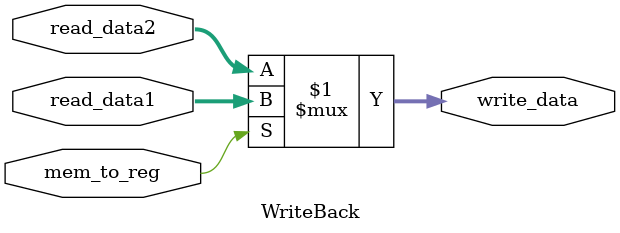
<source format=v>
module WriteBack (
    input [15:0] read_data1,
    input [15:0] read_data2,
    output [15:0] write_data,
    input mem_to_reg 
);
    assign write_data= mem_to_reg? read_data1 : read_data2;
endmodule
</source>
